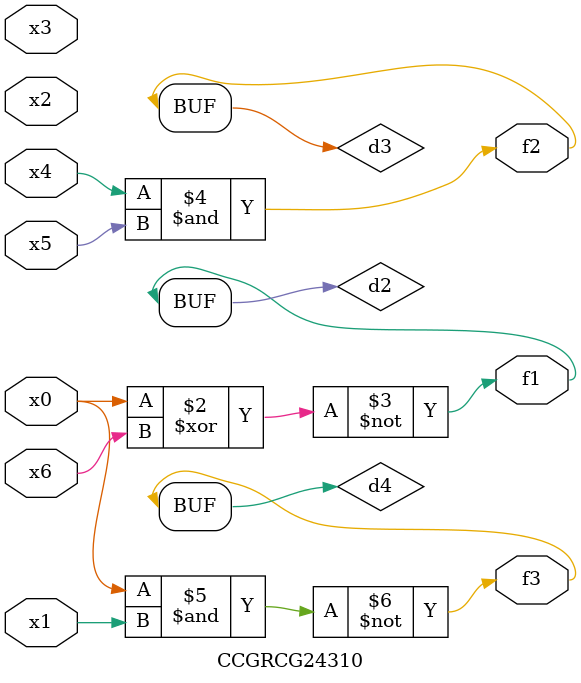
<source format=v>
module CCGRCG24310(
	input x0, x1, x2, x3, x4, x5, x6,
	output f1, f2, f3
);

	wire d1, d2, d3, d4;

	nor (d1, x0);
	xnor (d2, x0, x6);
	and (d3, x4, x5);
	nand (d4, x0, x1);
	assign f1 = d2;
	assign f2 = d3;
	assign f3 = d4;
endmodule

</source>
